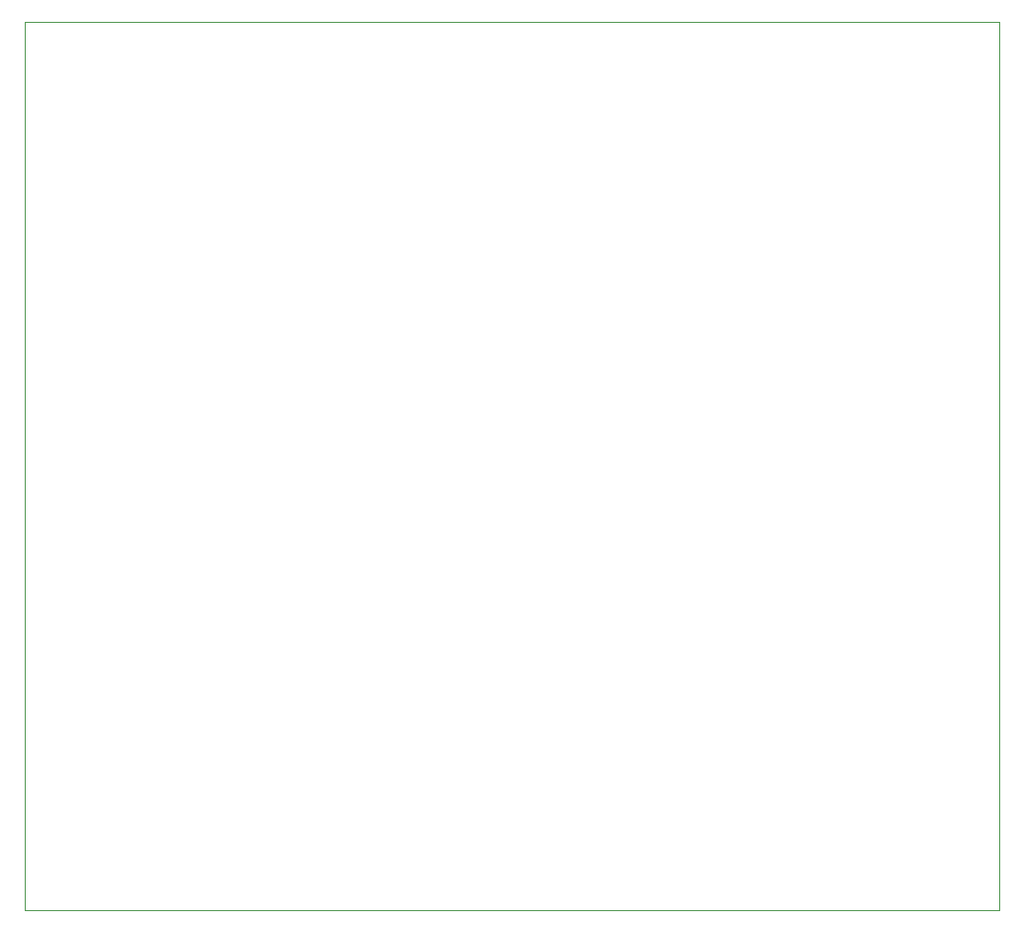
<source format=gbr>
%TF.GenerationSoftware,KiCad,Pcbnew,(5.1.10-1-10_14)*%
%TF.CreationDate,2021-09-15T12:17:34-04:00*%
%TF.ProjectId,prototype-bus-board,70726f74-6f74-4797-9065-2d6275732d62,rev?*%
%TF.SameCoordinates,Original*%
%TF.FileFunction,Profile,NP*%
%FSLAX46Y46*%
G04 Gerber Fmt 4.6, Leading zero omitted, Abs format (unit mm)*
G04 Created by KiCad (PCBNEW (5.1.10-1-10_14)) date 2021-09-15 12:17:34*
%MOMM*%
%LPD*%
G01*
G04 APERTURE LIST*
%TA.AperFunction,Profile*%
%ADD10C,0.050000*%
%TD*%
G04 APERTURE END LIST*
D10*
X176236000Y-135128000D02*
X176236000Y-56134000D01*
X262890000Y-135128000D02*
X176236000Y-135128000D01*
X262890000Y-56134000D02*
X176236000Y-56134000D01*
X262890000Y-56388000D02*
X262890000Y-132588000D01*
X262890000Y-56134000D02*
X262890000Y-56388000D01*
X262890000Y-132588000D02*
X262890000Y-135128000D01*
M02*

</source>
